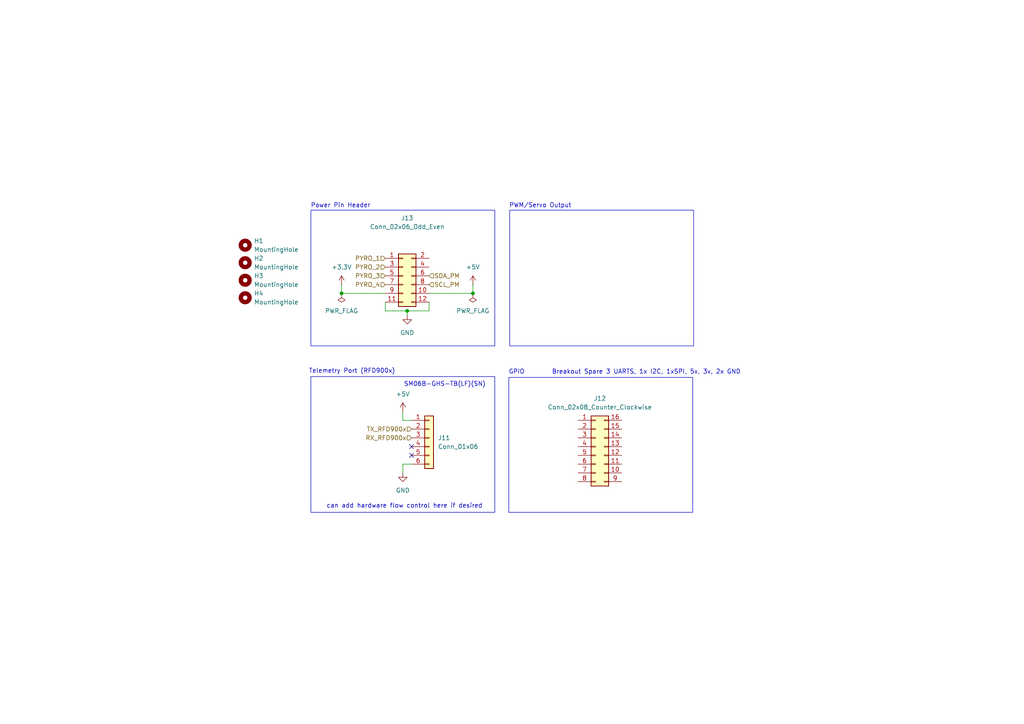
<source format=kicad_sch>
(kicad_sch (version 20250114) (generator "eeschema") (generator_version "9.0")
  (paper "A4")
  (lib_symbols
    (symbol "Connector_Generic:Conn_01x06" (pin_names (offset 1.016) (hide yes))
      (property "Reference" "J" (at 0 7.62 0))
      (property "Value" "Conn_01x06" (at 0 -10.16 0))
      (symbol "Conn_01x06_1_1"
        (rectangle (start -1.27 6.35) (end 1.27 -8.89) (stroke (width 0.254)) (fill (type background)))
        (rectangle (start -1.27 5.207) (end 0 4.953) (stroke (width 0.1524)))
        (rectangle (start -1.27 2.667) (end 0 2.413) (stroke (width 0.1524)))
        (rectangle (start -1.27 0.127) (end 0 -0.127) (stroke (width 0.1524)))
        (rectangle (start -1.27 -2.413) (end 0 -2.667) (stroke (width 0.1524)))
        (rectangle (start -1.27 -4.953) (end 0 -5.207) (stroke (width 0.1524)))
        (rectangle (start -1.27 -7.493) (end 0 -7.747) (stroke (width 0.1524)))
        (pin passive line (at -5.08 5.08 0) (length 3.81) (name "Pin_1") (number "1"))
        (pin passive line (at -5.08 2.54 0) (length 3.81) (name "Pin_2") (number "2"))
        (pin passive line (at -5.08 0 0) (length 3.81) (name "Pin_3") (number "3"))
        (pin passive line (at -5.08 -2.54 0) (length 3.81) (name "Pin_4") (number "4"))
        (pin passive line (at -5.08 -5.08 0) (length 3.81) (name "Pin_5") (number "5"))
        (pin passive line (at -5.08 -7.62 0) (length 3.81) (name "Pin_6") (number "6"))
      )
    )
    (symbol "Connector_Generic:Conn_02x06_Odd_Even" (pin_names (offset 1.016) (hide yes))
      (property "Reference" "J" (at 1.27 7.62 0))
      (property "Value" "Conn_02x06_Odd_Even" (at 1.27 -10.16 0))
      (symbol "Conn_02x06_Odd_Even_1_1"
        (rectangle (start -1.27 6.35) (end 3.81 -8.89) (stroke (width 0.254)) (fill (type background)))
        (rectangle (start -1.27 5.207) (end 0 4.953) (stroke (width 0.1524)))
        (rectangle (start -1.27 2.667) (end 0 2.413) (stroke (width 0.1524)))
        (rectangle (start -1.27 0.127) (end 0 -0.127) (stroke (width 0.1524)))
        (rectangle (start -1.27 -2.413) (end 0 -2.667) (stroke (width 0.1524)))
        (rectangle (start -1.27 -4.953) (end 0 -5.207) (stroke (width 0.1524)))
        (rectangle (start -1.27 -7.493) (end 0 -7.747) (stroke (width 0.1524)))
        (rectangle (start 3.81 5.207) (end 2.54 4.953) (stroke (width 0.1524)))
        (rectangle (start 3.81 2.667) (end 2.54 2.413) (stroke (width 0.1524)))
        (rectangle (start 3.81 0.127) (end 2.54 -0.127) (stroke (width 0.1524)))
        (rectangle (start 3.81 -2.413) (end 2.54 -2.667) (stroke (width 0.1524)))
        (rectangle (start 3.81 -4.953) (end 2.54 -5.207) (stroke (width 0.1524)))
        (rectangle (start 3.81 -7.493) (end 2.54 -7.747) (stroke (width 0.1524)))
        (pin passive line (at -5.08 5.08 0) (length 3.81) (name "Pin_1") (number "1"))
        (pin passive line (at -5.08 2.54 0) (length 3.81) (name "Pin_3") (number "3"))
        (pin passive line (at -5.08 0 0) (length 3.81) (name "Pin_5") (number "5"))
        (pin passive line (at -5.08 -2.54 0) (length 3.81) (name "Pin_7") (number "7"))
        (pin passive line (at -5.08 -5.08 0) (length 3.81) (name "Pin_9") (number "9"))
        (pin passive line (at -5.08 -7.62 0) (length 3.81) (name "Pin_11") (number "11"))
        (pin passive line (at 7.62 5.08 180) (length 3.81) (name "Pin_2") (number "2"))
        (pin passive line (at 7.62 2.54 180) (length 3.81) (name "Pin_4") (number "4"))
        (pin passive line (at 7.62 0 180) (length 3.81) (name "Pin_6") (number "6"))
        (pin passive line (at 7.62 -2.54 180) (length 3.81) (name "Pin_8") (number "8"))
        (pin passive line (at 7.62 -5.08 180) (length 3.81) (name "Pin_10") (number "10"))
        (pin passive line (at 7.62 -7.62 180) (length 3.81) (name "Pin_12") (number "12"))
      )
    )
    (symbol "Connector_Generic:Conn_02x08_Counter_Clockwise" (pin_names (offset 1.016) (hide yes))
      (property "Reference" "J" (at 1.27 10.16 0))
      (property "Value" "Conn_02x08_Counter_Clockwise" (at 1.27 -12.7 0))
      (symbol "Conn_02x08_Counter_Clockwise_1_1"
        (rectangle (start -1.27 8.89) (end 3.81 -11.43) (stroke (width 0.254)) (fill (type background)))
        (rectangle (start -1.27 7.747) (end 0 7.493) (stroke (width 0.1524)))
        (rectangle (start -1.27 5.207) (end 0 4.953) (stroke (width 0.1524)))
        (rectangle (start -1.27 2.667) (end 0 2.413) (stroke (width 0.1524)))
        (rectangle (start -1.27 0.127) (end 0 -0.127) (stroke (width 0.1524)))
        (rectangle (start -1.27 -2.413) (end 0 -2.667) (stroke (width 0.1524)))
        (rectangle (start -1.27 -4.953) (end 0 -5.207) (stroke (width 0.1524)))
        (rectangle (start -1.27 -7.493) (end 0 -7.747) (stroke (width 0.1524)))
        (rectangle (start -1.27 -10.033) (end 0 -10.287) (stroke (width 0.1524)))
        (rectangle (start 3.81 7.747) (end 2.54 7.493) (stroke (width 0.1524)))
        (rectangle (start 3.81 5.207) (end 2.54 4.953) (stroke (width 0.1524)))
        (rectangle (start 3.81 2.667) (end 2.54 2.413) (stroke (width 0.1524)))
        (rectangle (start 3.81 0.127) (end 2.54 -0.127) (stroke (width 0.1524)))
        (rectangle (start 3.81 -2.413) (end 2.54 -2.667) (stroke (width 0.1524)))
        (rectangle (start 3.81 -4.953) (end 2.54 -5.207) (stroke (width 0.1524)))
        (rectangle (start 3.81 -7.493) (end 2.54 -7.747) (stroke (width 0.1524)))
        (rectangle (start 3.81 -10.033) (end 2.54 -10.287) (stroke (width 0.1524)))
        (pin passive line (at -5.08 7.62 0) (length 3.81) (name "Pin_1") (number "1"))
        (pin passive line (at -5.08 5.08 0) (length 3.81) (name "Pin_2") (number "2"))
        (pin passive line (at -5.08 2.54 0) (length 3.81) (name "Pin_3") (number "3"))
        (pin passive line (at -5.08 0 0) (length 3.81) (name "Pin_4") (number "4"))
        (pin passive line (at -5.08 -2.54 0) (length 3.81) (name "Pin_5") (number "5"))
        (pin passive line (at -5.08 -5.08 0) (length 3.81) (name "Pin_6") (number "6"))
        (pin passive line (at -5.08 -7.62 0) (length 3.81) (name "Pin_7") (number "7"))
        (pin passive line (at -5.08 -10.16 0) (length 3.81) (name "Pin_8") (number "8"))
        (pin passive line (at 7.62 7.62 180) (length 3.81) (name "Pin_16") (number "16"))
        (pin passive line (at 7.62 5.08 180) (length 3.81) (name "Pin_15") (number "15"))
        (pin passive line (at 7.62 2.54 180) (length 3.81) (name "Pin_14") (number "14"))
        (pin passive line (at 7.62 0 180) (length 3.81) (name "Pin_13") (number "13"))
        (pin passive line (at 7.62 -2.54 180) (length 3.81) (name "Pin_12") (number "12"))
        (pin passive line (at 7.62 -5.08 180) (length 3.81) (name "Pin_11") (number "11"))
        (pin passive line (at 7.62 -7.62 180) (length 3.81) (name "Pin_10") (number "10"))
        (pin passive line (at 7.62 -10.16 180) (length 3.81) (name "Pin_9") (number "9"))
      )
    )
    (symbol "Mechanical:MountingHole" (pin_names (offset 1.016)) (exclude_from_sim yes) (in_bom no)
      (property "Reference" "H" (at 0 5.08 0))
      (property "Value" "MountingHole" (at 0 3.175 0))
      (symbol "MountingHole_0_1"
        (circle (center 0 0) (radius 1.27) (stroke (width 1.27)))
      )
    )
    (symbol "power:+3.3V" (power) (pin_numbers (hide yes)) (pin_names (offset 0) (hide yes))
      (property "Value" "+3.3V" (at 0 3.556 0))
      (symbol "+3.3V_0_1"
        (polyline (pts (xy -0.762 1.27) (xy 0 2.54)))
        (polyline (pts (xy 0 2.54) (xy 0.762 1.27)))
        (polyline (pts (xy 0 0) (xy 0 2.54)))
      )
      (symbol "+3.3V_1_1"
        (pin power_in line (at 0 0 90) (length 0) (name "~") (number "1"))
      )
    )
    (symbol "power:+5V" (power) (pin_numbers (hide yes)) (pin_names (offset 0) (hide yes))
      (property "Value" "+5V" (at 0 3.556 0))
      (symbol "+5V_0_1"
        (polyline (pts (xy -0.762 1.27) (xy 0 2.54)))
        (polyline (pts (xy 0 2.54) (xy 0.762 1.27)))
        (polyline (pts (xy 0 0) (xy 0 2.54)))
      )
      (symbol "+5V_1_1"
        (pin power_in line (at 0 0 90) (length 0) (name "~") (number "1"))
      )
    )
    (symbol "power:GND" (power) (pin_numbers (hide yes)) (pin_names (offset 0) (hide yes))
      (property "Value" "GND" (at 0 -3.81 0))
      (symbol "GND_0_1"
        (polyline (pts (xy 0 0) (xy 0 -1.27) (xy 1.27 -1.27) (xy 0 -2.54) (xy -1.27 -1.27) (xy 0 -1.27)))
      )
      (symbol "GND_1_1"
        (pin power_in line (at 0 0 270) (length 0) (name "~") (number "1"))
      )
    )
    (symbol "power:PWR_FLAG" (power) (pin_numbers (hide yes)) (pin_names (offset 0) (hide yes))
      (property "Value" "PWR_FLAG" (at 0 3.81 0))
      (symbol "PWR_FLAG_0_0"
        (pin power_out line (at 0 0 90) (length 0) (name "~") (number "1"))
      )
      (symbol "PWR_FLAG_0_1"
        (polyline (pts (xy 0 0) (xy 0 1.27) (xy -1.016 1.905) (xy 0 2.54) (xy 1.016 1.905) (xy 0 1.27)))
      )
    )
  )
  (rectangle (start 90.17 109.22) (end 143.51 148.59))
  (rectangle (start 90.17 60.96) (end 143.51 100.33))
  (rectangle (start 147.574 109.474) (end 200.914 148.59))
  (rectangle (start 147.828 60.96) (end 201.168 100.33))
  (text "Telemetry Port (RFD900x)" (at 102.108 107.696 0) (effects (font (size 1.27 1.27))))
  (text "Breakout Spare 3 UARTS, 1x I2C, 1xSPI, 5v, 3v, 2x GND" (at 187.452 107.95 0) (effects (font (size 1.27 1.27))))
  (text "GPIO" (at 149.86 107.95 0) (effects (font (size 1.27 1.27))))
  (text "SM06B-GHS-TB(LF)(SN)" (at 129.032 111.506 0) (effects (font (size 1.27 1.27))))
  (text "PWM/Servo Output" (at 156.718 59.69 0) (effects (font (size 1.27 1.27))))
  (text "Power Pin Header" (at 98.806 59.69 0) (effects (font (size 1.27 1.27))))
  (text "can add hardware flow control here if desired" (at 117.348 146.812 0) (effects (font (size 1.27 1.27))))
  (junction (at 137.16 85.09))
  (junction (at 118.11 90.17))
  (junction (at 99.06 85.09))
  (no_connect (at 119.38 132.08))
  (no_connect (at 119.38 129.54))
  (wire (pts (xy 124.46 90.17) (xy 124.46 87.63)))
  (wire (pts (xy 116.84 137.16) (xy 116.84 134.62)))
  (wire (pts (xy 111.76 87.63) (xy 111.76 90.17)))
  (wire (pts (xy 118.11 90.17) (xy 118.11 91.44)))
  (wire (pts (xy 116.84 121.92) (xy 116.84 119.38)))
  (wire (pts (xy 99.06 82.55) (xy 99.06 85.09)))
  (wire (pts (xy 118.11 90.17) (xy 124.46 90.17)))
  (wire (pts (xy 111.76 90.17) (xy 118.11 90.17)))
  (wire (pts (xy 116.84 134.62) (xy 119.38 134.62)))
  (wire (pts (xy 137.16 82.55) (xy 137.16 85.09)))
  (wire (pts (xy 111.76 85.09) (xy 99.06 85.09)))
  (wire (pts (xy 119.38 121.92) (xy 116.84 121.92)))
  (wire (pts (xy 124.46 85.09) (xy 137.16 85.09)))
  (hierarchical_label "PYRO_1" (shape input) (at 111.76 74.93 180))
  (hierarchical_label "SCL_PM" (shape input) (at 124.46 82.55 0))
  (hierarchical_label "SDA_PM" (shape input) (at 124.46 80.01 0))
  (hierarchical_label "RX_RFD900x" (shape input) (at 119.38 127 180))
  (hierarchical_label "TX_RFD900x" (shape input) (at 119.38 124.46 180))
  (hierarchical_label "PYRO_2" (shape input) (at 111.76 77.47 180))
  (hierarchical_label "PYRO_3" (shape input) (at 111.76 80.01 180))
  (hierarchical_label "PYRO_4" (shape input) (at 111.76 82.55 180))
  (symbol (lib_id "Connector_Generic:Conn_01x06") (at 124.46 127 0) (unit 1)
    (property "Reference" "J11" (at 127 126.9999 0) (effects (justify left)))
    (property "Value" "Conn_01x06" (at 127 129.5399 0) (effects (justify left)))
    (property "Footprint" "SM06B-GHS-TB:JST_SM06B-GHS-TB_LF__SN_" (effects (hide yes)))
    (property "Description" "Generic connector, single row, 01x06, script generated (kicad-library-utils/schlib/autogen/connector/)" (effects (hide yes)))
  )
  (symbol (lib_id "Mechanical:MountingHole") (at 71.12 86.36 0) (unit 1) (exclude_from_sim yes) (in_bom no)
    (property "Reference" "H4" (at 73.66 85.0899 0) (effects (justify left)))
    (property "Value" "MountingHole" (at 73.66 87.6299 0) (effects (justify left)))
    (property "Footprint" "MountingHole:MountingHole_2.2mm_M2_DIN965_Pad" (effects (hide yes)))
    (property "Description" "Mounting Hole without connection" (effects (hide yes)))
  )
  (symbol (lib_id "Mechanical:MountingHole") (at 71.12 81.28 0) (unit 1) (exclude_from_sim yes) (in_bom no)
    (property "Reference" "H3" (at 73.66 80.0099 0) (effects (justify left)))
    (property "Value" "MountingHole" (at 73.66 82.5499 0) (effects (justify left)))
    (property "Footprint" "MountingHole:MountingHole_2.2mm_M2_DIN965_Pad" (effects (hide yes)))
    (property "Description" "Mounting Hole without connection" (effects (hide yes)))
  )
  (symbol (lib_id "power:PWR_FLAG") (at 99.06 85.09 180) (unit 1)
    (property "Reference" "#FLG02" (effects (hide yes)))
    (property "Value" "PWR_FLAG" (at 99.06 90.17 0))
    (property "Description" "Special symbol for telling ERC where power comes from" (effects (hide yes)))
  )
  (symbol (lib_id "power:GND") (at 118.11 91.44 0) (unit 1)
    (property "Reference" "#PWR047" (effects (hide yes)))
    (property "Value" "GND" (at 118.11 96.52 0))
    (property "Description" "Power symbol creates a global label with name \"GND\" , ground" (effects (hide yes)))
  )
  (symbol (lib_id "power:+5V") (at 116.84 119.38 0) (unit 1)
    (property "Reference" "#PWR052" (effects (hide yes)))
    (property "Value" "+5V" (at 116.84 114.3 0))
    (property "Description" "Power symbol creates a global label with name \"+5V\"" (effects (hide yes)))
  )
  (symbol (lib_id "power:GND") (at 116.84 137.16 0) (unit 1)
    (property "Reference" "#PWR053" (effects (hide yes)))
    (property "Value" "GND" (at 116.84 142.24 0))
    (property "Description" "Power symbol creates a global label with name \"GND\" , ground" (effects (hide yes)))
  )
  (symbol (lib_id "power:+5V") (at 137.16 82.55 0) (unit 1)
    (property "Reference" "#PWR049" (effects (hide yes)))
    (property "Value" "+5V" (at 137.16 77.47 0))
    (property "Description" "Power symbol creates a global label with name \"+5V\"" (effects (hide yes)))
  )
  (symbol (lib_id "Mechanical:MountingHole") (at 71.12 76.2 0) (unit 1) (exclude_from_sim yes) (in_bom no)
    (property "Reference" "H2" (at 73.66 74.9299 0) (effects (justify left)))
    (property "Value" "MountingHole" (at 73.66 77.4699 0) (effects (justify left)))
    (property "Footprint" "MountingHole:MountingHole_2.2mm_M2_DIN965_Pad" (effects (hide yes)))
    (property "Description" "Mounting Hole without connection" (effects (hide yes)))
  )
  (symbol (lib_id "power:PWR_FLAG") (at 137.16 85.09 180) (unit 1)
    (property "Reference" "#FLG01" (effects (hide yes)))
    (property "Value" "PWR_FLAG" (at 137.16 90.17 0))
    (property "Description" "Special symbol for telling ERC where power comes from" (effects (hide yes)))
  )
  (symbol (lib_id "power:+3.3V") (at 99.06 82.55 0) (unit 1)
    (property "Reference" "#PWR048" (effects (hide yes)))
    (property "Value" "+3.3V" (at 99.06 77.47 0))
    (property "Description" "Power symbol creates a global label with name \"+3.3V\"" (effects (hide yes)))
  )
  (symbol (lib_id "Connector_Generic:Conn_02x08_Counter_Clockwise") (at 172.72 129.54 0) (unit 1)
    (property "Reference" "J12" (at 173.99 115.57 0))
    (property "Value" "Conn_02x08_Counter_Clockwise" (at 173.99 118.11 0))
    (property "Footprint" "Connector_PinSocket_2.54mm:PinSocket_2x08_P2.54mm_Vertical" (effects (hide yes)))
    (property "Description" "Generic connector, double row, 02x08, counter clockwise pin numbering scheme (similar to DIP package numbering), script generated (kicad-library-utils/schlib/autogen/connector/)" (effects (hide yes)))
  )
  (symbol (lib_id "Mechanical:MountingHole") (at 71.12 71.12 0) (unit 1) (exclude_from_sim yes) (in_bom no)
    (property "Reference" "H1" (at 73.66 69.8499 0) (effects (justify left)))
    (property "Value" "MountingHole" (at 73.66 72.3899 0) (effects (justify left)))
    (property "Footprint" "MountingHole:MountingHole_2.2mm_M2_DIN965_Pad" (effects (hide yes)))
    (property "Description" "Mounting Hole without connection" (effects (hide yes)))
  )
  (symbol (lib_id "Connector_Generic:Conn_02x06_Odd_Even") (at 116.84 80.01 0) (unit 1)
    (property "Reference" "J13" (at 118.11 63.246 0))
    (property "Value" "Conn_02x06_Odd_Even" (at 118.11 65.786 0))
    (property "Footprint" "Connector_PinHeader_2.54mm:PinHeader_2x06_P2.54mm_Vertical_SMD" (effects (hide yes)))
    (property "Description" "Generic connector, double row, 02x06, odd/even pin numbering scheme (row 1 odd numbers, row 2 even numbers), script generated (kicad-library-utils/schlib/autogen/connector/)" (effects (hide yes)))
  )
)
</source>
